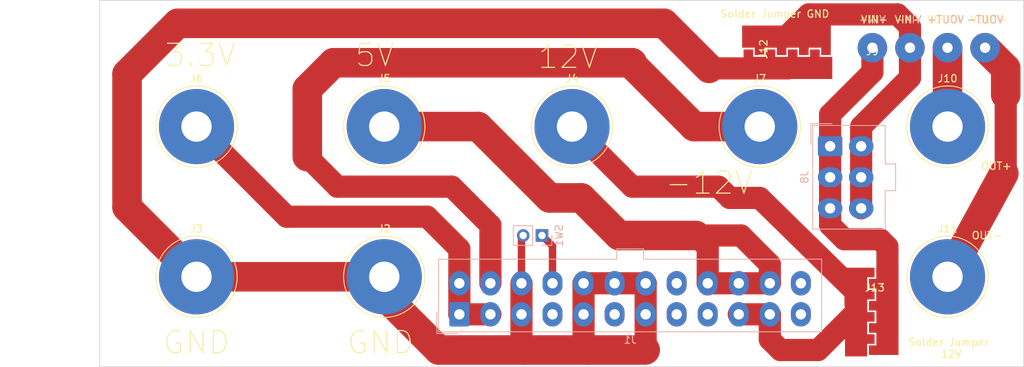
<source format=kicad_pcb>
(kicad_pcb (version 20171130) (host pcbnew 5.1.10-88a1d61d58~90~ubuntu20.04.1)

  (general
    (thickness 1.6)
    (drawings 26)
    (tracks 85)
    (zones 0)
    (modules 14)
    (nets 14)
  )

  (page A4)
  (layers
    (0 F.Cu signal)
    (31 B.Cu signal)
    (32 B.Adhes user)
    (33 F.Adhes user)
    (34 B.Paste user)
    (35 F.Paste user)
    (36 B.SilkS user)
    (37 F.SilkS user)
    (38 B.Mask user)
    (39 F.Mask user)
    (40 Dwgs.User user)
    (41 Cmts.User user)
    (42 Eco1.User user)
    (43 Eco2.User user)
    (44 Edge.Cuts user)
    (45 Margin user)
    (46 B.CrtYd user)
    (47 F.CrtYd user)
    (48 B.Fab user)
    (49 F.Fab user)
  )

  (setup
    (last_trace_width 0.25)
    (user_trace_width 0.25)
    (user_trace_width 0.5)
    (user_trace_width 1)
    (user_trace_width 2)
    (user_trace_width 3)
    (user_trace_width 4)
    (trace_clearance 0.2)
    (zone_clearance 0.508)
    (zone_45_only no)
    (trace_min 0.2)
    (via_size 0.8)
    (via_drill 0.4)
    (via_min_size 0.4)
    (via_min_drill 0.3)
    (user_via 1 0.6)
    (uvia_size 0.3)
    (uvia_drill 0.1)
    (uvias_allowed no)
    (uvia_min_size 0.2)
    (uvia_min_drill 0.1)
    (edge_width 0.05)
    (segment_width 0.2)
    (pcb_text_width 0.3)
    (pcb_text_size 1.5 1.5)
    (mod_edge_width 0.12)
    (mod_text_size 1 1)
    (mod_text_width 0.15)
    (pad_size 10.16 10.16)
    (pad_drill 6.1)
    (pad_to_mask_clearance 0)
    (aux_axis_origin 0 0)
    (visible_elements FFFFFF7F)
    (pcbplotparams
      (layerselection 0x310f0_ffffffff)
      (usegerberextensions false)
      (usegerberattributes true)
      (usegerberadvancedattributes true)
      (creategerberjobfile true)
      (excludeedgelayer true)
      (linewidth 0.100000)
      (plotframeref false)
      (viasonmask false)
      (mode 1)
      (useauxorigin false)
      (hpglpennumber 1)
      (hpglpenspeed 20)
      (hpglpendiameter 15.000000)
      (psnegative false)
      (psa4output false)
      (plotreference true)
      (plotvalue true)
      (plotinvisibletext false)
      (padsonsilk false)
      (subtractmaskfromsilk false)
      (outputformat 1)
      (mirror false)
      (drillshape 0)
      (scaleselection 1)
      (outputdirectory "../docs/assets/resources/gerber/"))
  )

  (net 0 "")
  (net 1 "Net-(J1-Pad14)")
  (net 2 "Net-(J1-Pad1)")
  (net 3 "Net-(J1-Pad10)")
  (net 4 "Net-(J1-Pad9)")
  (net 5 "Net-(J1-Pad8)")
  (net 6 "Net-(J1-Pad15)")
  (net 7 "Net-(J1-Pad21)")
  (net 8 "Net-(J1-Pad20)")
  (net 9 "Net-(J1-Pad16)")
  (net 10 /VIN+)
  (net 11 /VOUT-)
  (net 12 /VIN-)
  (net 13 /VOUT+)

  (net_class Default "This is the default net class."
    (clearance 0.2)
    (trace_width 0.25)
    (via_dia 0.8)
    (via_drill 0.4)
    (uvia_dia 0.3)
    (uvia_drill 0.1)
    (add_net /VIN+)
    (add_net /VIN-)
    (add_net /VOUT+)
    (add_net /VOUT-)
    (add_net "Net-(J1-Pad1)")
    (add_net "Net-(J1-Pad10)")
    (add_net "Net-(J1-Pad14)")
    (add_net "Net-(J1-Pad15)")
    (add_net "Net-(J1-Pad16)")
    (add_net "Net-(J1-Pad20)")
    (add_net "Net-(J1-Pad21)")
    (add_net "Net-(J1-Pad8)")
    (add_net "Net-(J1-Pad9)")
  )

  (module "Footprints:Connector High Power 4Pin" (layer F.Cu) (tedit 6137632C) (tstamp 610A8F7C)
    (at 129.54 52.832)
    (path /610AD220)
    (fp_text reference J9 (at 0 0.5) (layer F.SilkS)
      (effects (font (size 1 1) (thickness 0.15)))
    )
    (fp_text value DC-DC (at 0 -0.5) (layer F.Fab)
      (effects (font (size 1 1) (thickness 0.15)))
    )
    (pad 4 thru_hole circle (at 15.24 0) (size 4 4) (drill 1.4) (layers *.Cu *.Mask)
      (net 11 /VOUT-))
    (pad 3 thru_hole circle (at 10.16 0) (size 4 4) (drill 1.4) (layers *.Cu *.Mask)
      (net 13 /VOUT+))
    (pad 2 thru_hole circle (at 5.08 0) (size 4 4) (drill 1.4) (layers *.Cu *.Mask)
      (net 12 /VIN-))
    (pad 1 thru_hole circle (at 0 0) (size 4 4) (drill 1.4) (layers *.Cu *.Mask)
      (net 10 /VIN+))
  )

  (module Footprints:High-Power-Solder-Jumper (layer F.Cu) (tedit 61375723) (tstamp 6136325F)
    (at 127.272 88.592)
    (path /61365BA4)
    (fp_text reference J13 (at 2.6 -3.3) (layer F.SilkS)
      (effects (font (size 1 1) (thickness 0.15)))
    )
    (fp_text value "Solder 12V" (at -3.876 -2.486 90) (layer F.Fab)
      (effects (font (size 1 1) (thickness 0.15)))
    )
    (pad 2 smd custom (at 4.3 -0.2 180) (size 1 1) (layers F.Cu F.Paste F.Mask)
      (net 10 /VIN+) (zone_connect 0)
      (options (clearance outline) (anchor circle))
      (primitives
        (gr_poly (pts
           (xy -1.5 0) (xy 2.5 0) (xy 2.5 1.3) (xy 1.5 1.3) (xy 1.5 3)
           (xy -1.5 3)) (width 0))
        (gr_poly (pts
           (xy -1.5 3) (xy 2.5 3) (xy 2.5 4.3) (xy 1.5 4.3) (xy 1.5 6)
           (xy -1.5 6)) (width 0))
        (gr_poly (pts
           (xy -1.5 -3) (xy 2.5 -3) (xy 2.5 -1.7) (xy 1.5 -1.7) (xy 1.5 0)
           (xy -1.5 0)) (width 0))
        (gr_poly (pts
           (xy -1.5 -6) (xy 2.5 -6) (xy 2.5 -4.7) (xy 1.5 -4.7) (xy 1.5 -3)
           (xy -1.5 -3)) (width 0))
      ))
    (pad 1 smd custom (at 0.06 0) (size 1 1) (layers F.Cu F.Paste F.Mask)
      (net 3 "Net-(J1-Pad10)") (zone_connect 0)
      (options (clearance outline) (anchor circle))
      (primitives
        (gr_poly (pts
           (xy -1.5 0) (xy 2.5 0) (xy 2.5 1.3) (xy 1.5 1.3) (xy 1.5 3)
           (xy -1.5 3)) (width 0))
        (gr_poly (pts
           (xy -1.5 3) (xy 2.5 3) (xy 2.5 4.3) (xy 1.5 4.3) (xy 1.5 6)
           (xy -1.5 6)) (width 0))
        (gr_poly (pts
           (xy -1.5 -3) (xy 2.5 -3) (xy 2.5 -1.7) (xy 1.5 -1.7) (xy 1.5 0)
           (xy -1.5 0)) (width 0))
        (gr_poly (pts
           (xy -1.5 -6) (xy 2.5 -6) (xy 2.5 -4.7) (xy 1.5 -4.7) (xy 1.5 -3)
           (xy -1.5 -3)) (width 0))
      ))
  )

  (module Footprints:High-Power-Solder-Jumper (layer F.Cu) (tedit 61375723) (tstamp 613632CC)
    (at 118.11 55.626 90)
    (path /6137A4A4)
    (fp_text reference J12 (at 2.6 -3.3 90) (layer F.SilkS)
      (effects (font (size 1 1) (thickness 0.15)))
    )
    (fp_text value "Solder Gnd" (at 4.632 7.493 270) (layer F.Fab)
      (effects (font (size 1 1) (thickness 0.15)))
    )
    (pad 2 smd custom (at 4.3 -0.2 270) (size 1 1) (layers F.Cu F.Paste F.Mask)
      (net 12 /VIN-) (zone_connect 0)
      (options (clearance outline) (anchor circle))
      (primitives
        (gr_poly (pts
           (xy -1.5 0) (xy 2.5 0) (xy 2.5 1.3) (xy 1.5 1.3) (xy 1.5 3)
           (xy -1.5 3)) (width 0))
        (gr_poly (pts
           (xy -1.5 3) (xy 2.5 3) (xy 2.5 4.3) (xy 1.5 4.3) (xy 1.5 6)
           (xy -1.5 6)) (width 0))
        (gr_poly (pts
           (xy -1.5 -3) (xy 2.5 -3) (xy 2.5 -1.7) (xy 1.5 -1.7) (xy 1.5 0)
           (xy -1.5 0)) (width 0))
        (gr_poly (pts
           (xy -1.5 -6) (xy 2.5 -6) (xy 2.5 -4.7) (xy 1.5 -4.7) (xy 1.5 -3)
           (xy -1.5 -3)) (width 0))
      ))
    (pad 1 smd custom (at 0.06 0 90) (size 1 1) (layers F.Cu F.Paste F.Mask)
      (net 6 "Net-(J1-Pad15)") (zone_connect 0)
      (options (clearance outline) (anchor circle))
      (primitives
        (gr_poly (pts
           (xy -1.5 0) (xy 2.5 0) (xy 2.5 1.3) (xy 1.5 1.3) (xy 1.5 3)
           (xy -1.5 3)) (width 0))
        (gr_poly (pts
           (xy -1.5 3) (xy 2.5 3) (xy 2.5 4.3) (xy 1.5 4.3) (xy 1.5 6)
           (xy -1.5 6)) (width 0))
        (gr_poly (pts
           (xy -1.5 -3) (xy 2.5 -3) (xy 2.5 -1.7) (xy 1.5 -1.7) (xy 1.5 0)
           (xy -1.5 0)) (width 0))
        (gr_poly (pts
           (xy -1.5 -6) (xy 2.5 -6) (xy 2.5 -4.7) (xy 1.5 -4.7) (xy 1.5 -3)
           (xy -1.5 -3)) (width 0))
      ))
  )

  (module Footprints:Molex_Mini-Fit_Jr_5566-06A_2x03_P4.20mm_Vertical_4.2mm (layer B.Cu) (tedit 6136091D) (tstamp 610A212C)
    (at 123.816 66.158 270)
    (descr "Molex Mini-Fit Jr. Power Connectors, old mpn/engineering number: 5566-06A, example for new mpn: 39-28-x06x, 3 Pins per row, Mounting:  (http://www.molex.com/pdm_docs/sd/039281043_sd.pdf), generated with kicad-footprint-generator")
    (tags "connector Molex Mini-Fit_Jr side entry")
    (path /610BEE5C)
    (fp_text reference J8 (at 4.2 3.45 90) (layer B.SilkS)
      (effects (font (size 1 1) (thickness 0.15)) (justify mirror))
    )
    (fp_text value ATX-PCIE (at 4.2 -9.95 90) (layer B.Fab)
      (effects (font (size 1 1) (thickness 0.15)) (justify mirror))
    )
    (fp_line (start 11.6 2.75) (end -3.2 2.75) (layer B.CrtYd) (width 0.05))
    (fp_line (start 11.6 -9.25) (end 11.6 2.75) (layer B.CrtYd) (width 0.05))
    (fp_line (start -3.2 -9.25) (end 11.6 -9.25) (layer B.CrtYd) (width 0.05))
    (fp_line (start -3.2 2.75) (end -3.2 -9.25) (layer B.CrtYd) (width 0.05))
    (fp_line (start -3.05 2.6) (end -3.05 -0.25) (layer B.Fab) (width 0.1))
    (fp_line (start -0.2 2.6) (end -3.05 2.6) (layer B.Fab) (width 0.1))
    (fp_line (start -3.05 2.6) (end -3.05 -0.25) (layer B.SilkS) (width 0.12))
    (fp_line (start -0.2 2.6) (end -3.05 2.6) (layer B.SilkS) (width 0.12))
    (fp_line (start 6.01 -8.86) (end 4.2 -8.86) (layer B.SilkS) (width 0.12))
    (fp_line (start 6.01 -7.46) (end 6.01 -8.86) (layer B.SilkS) (width 0.12))
    (fp_line (start 11.21 -7.46) (end 6.01 -7.46) (layer B.SilkS) (width 0.12))
    (fp_line (start 11.21 2.36) (end 11.21 -7.46) (layer B.SilkS) (width 0.12))
    (fp_line (start 4.2 2.36) (end 11.21 2.36) (layer B.SilkS) (width 0.12))
    (fp_line (start 2.39 -8.86) (end 4.2 -8.86) (layer B.SilkS) (width 0.12))
    (fp_line (start 2.39 -7.46) (end 2.39 -8.86) (layer B.SilkS) (width 0.12))
    (fp_line (start -2.81 -7.46) (end 2.39 -7.46) (layer B.SilkS) (width 0.12))
    (fp_line (start -2.81 2.36) (end -2.81 -7.46) (layer B.SilkS) (width 0.12))
    (fp_line (start 4.2 2.36) (end -2.81 2.36) (layer B.SilkS) (width 0.12))
    (fp_line (start 10.05 -2.3) (end 6.75 -2.3) (layer B.Fab) (width 0.1))
    (fp_line (start 10.05 0.175) (end 10.05 -2.3) (layer B.Fab) (width 0.1))
    (fp_line (start 9.225 1) (end 10.05 0.175) (layer B.Fab) (width 0.1))
    (fp_line (start 7.575 1) (end 9.225 1) (layer B.Fab) (width 0.1))
    (fp_line (start 6.75 0.175) (end 7.575 1) (layer B.Fab) (width 0.1))
    (fp_line (start 6.75 -2.3) (end 6.75 0.175) (layer B.Fab) (width 0.1))
    (fp_line (start 10.05 -3.2) (end 6.75 -3.2) (layer B.Fab) (width 0.1))
    (fp_line (start 10.05 -6.5) (end 10.05 -3.2) (layer B.Fab) (width 0.1))
    (fp_line (start 6.75 -6.5) (end 10.05 -6.5) (layer B.Fab) (width 0.1))
    (fp_line (start 6.75 -3.2) (end 6.75 -6.5) (layer B.Fab) (width 0.1))
    (fp_line (start 5.85 -2.3) (end 2.55 -2.3) (layer B.Fab) (width 0.1))
    (fp_line (start 5.85 0.175) (end 5.85 -2.3) (layer B.Fab) (width 0.1))
    (fp_line (start 5.025 1) (end 5.85 0.175) (layer B.Fab) (width 0.1))
    (fp_line (start 3.375 1) (end 5.025 1) (layer B.Fab) (width 0.1))
    (fp_line (start 2.55 0.175) (end 3.375 1) (layer B.Fab) (width 0.1))
    (fp_line (start 2.55 -2.3) (end 2.55 0.175) (layer B.Fab) (width 0.1))
    (fp_line (start 5.85 -3.2) (end 2.55 -3.2) (layer B.Fab) (width 0.1))
    (fp_line (start 5.85 -6.5) (end 5.85 -3.2) (layer B.Fab) (width 0.1))
    (fp_line (start 2.55 -6.5) (end 5.85 -6.5) (layer B.Fab) (width 0.1))
    (fp_line (start 2.55 -3.2) (end 2.55 -6.5) (layer B.Fab) (width 0.1))
    (fp_line (start 1.65 -6.5) (end -1.65 -6.5) (layer B.Fab) (width 0.1))
    (fp_line (start 1.65 -4.025) (end 1.65 -6.5) (layer B.Fab) (width 0.1))
    (fp_line (start 0.825 -3.2) (end 1.65 -4.025) (layer B.Fab) (width 0.1))
    (fp_line (start -0.825 -3.2) (end 0.825 -3.2) (layer B.Fab) (width 0.1))
    (fp_line (start -1.65 -4.025) (end -0.825 -3.2) (layer B.Fab) (width 0.1))
    (fp_line (start -1.65 -6.5) (end -1.65 -4.025) (layer B.Fab) (width 0.1))
    (fp_line (start 1.65 1) (end -1.65 1) (layer B.Fab) (width 0.1))
    (fp_line (start 1.65 -2.3) (end 1.65 1) (layer B.Fab) (width 0.1))
    (fp_line (start -1.65 -2.3) (end 1.65 -2.3) (layer B.Fab) (width 0.1))
    (fp_line (start -1.65 1) (end -1.65 -2.3) (layer B.Fab) (width 0.1))
    (fp_line (start 5.9 -8.75) (end 5.9 -7.35) (layer B.Fab) (width 0.1))
    (fp_line (start 2.5 -8.75) (end 5.9 -8.75) (layer B.Fab) (width 0.1))
    (fp_line (start 2.5 -7.35) (end 2.5 -8.75) (layer B.Fab) (width 0.1))
    (fp_line (start 11.1 2.25) (end -2.7 2.25) (layer B.Fab) (width 0.1))
    (fp_line (start 11.1 -7.35) (end 11.1 2.25) (layer B.Fab) (width 0.1))
    (fp_line (start -2.7 -7.35) (end 11.1 -7.35) (layer B.Fab) (width 0.1))
    (fp_line (start -2.7 2.25) (end -2.7 -7.35) (layer B.Fab) (width 0.1))
    (fp_text user %R (at 4.2 1.55 90) (layer B.Fab)
      (effects (font (size 1 1) (thickness 0.15)) (justify mirror))
    )
    (pad 6 thru_hole oval (at 8.4 -4.2 270) (size 2.7 3.3) (drill 1.4) (layers *.Cu *.Mask)
      (net 12 /VIN-))
    (pad 5 thru_hole oval (at 4.2 -4.2 270) (size 2.7 3.3) (drill 1.4) (layers *.Cu *.Mask)
      (net 12 /VIN-))
    (pad 4 thru_hole oval (at 0 -4.2 270) (size 2.7 3.3) (drill 1.4) (layers *.Cu *.Mask)
      (net 12 /VIN-))
    (pad 3 thru_hole oval (at 8.4 0 270) (size 2.7 3.3) (drill 1.4) (layers *.Cu *.Mask)
      (net 10 /VIN+))
    (pad 2 thru_hole oval (at 4.2 0 270) (size 2.7 3.3) (drill 1.4) (layers *.Cu *.Mask)
      (net 10 /VIN+))
    (pad 1 thru_hole roundrect (at 0 0 270) (size 2.7 3.3) (drill 1.4) (layers *.Cu *.Mask) (roundrect_rratio 0.09259296296296296)
      (net 10 /VIN+))
    (model ${KISYS3DMOD}/Connector_Molex.3dshapes/Molex_Mini-Fit_Jr_5566-06A_2x03_P4.20mm_Vertical.wrl
      (at (xyz 0 0 0))
      (scale (xyz 1 1 1))
      (rotate (xyz 0 0 0))
    )
  )

  (module Footprints:Molex_Mini-Fit_Jr_5566-24A_2x12_P4.20mm_Vertical_4.2mm (layer B.Cu) (tedit 613605C2) (tstamp 6137636C)
    (at 73.66 88.9)
    (descr "Molex Mini-Fit Jr. Power Connectors, old mpn/engineering number: 5566-24A, example for new mpn: 39-28-x24x, 12 Pins per row, Mounting:  (http://www.molex.com/pdm_docs/sd/039281043_sd.pdf), generated with kicad-footprint-generator")
    (tags "connector Molex Mini-Fit_Jr side entry")
    (path /610A33C9)
    (fp_text reference J1 (at 23.1 3.45) (layer B.SilkS)
      (effects (font (size 1 1) (thickness 0.15)) (justify mirror))
    )
    (fp_text value ATX-24 (at 23.1 -9.95) (layer B.Fab)
      (effects (font (size 1 1) (thickness 0.15)) (justify mirror))
    )
    (fp_line (start -2.7 2.25) (end -2.7 -7.35) (layer B.Fab) (width 0.1))
    (fp_line (start -2.7 -7.35) (end 48.9 -7.35) (layer B.Fab) (width 0.1))
    (fp_line (start 48.9 -7.35) (end 48.9 2.25) (layer B.Fab) (width 0.1))
    (fp_line (start 48.9 2.25) (end -2.7 2.25) (layer B.Fab) (width 0.1))
    (fp_line (start 21.4 -7.35) (end 21.4 -8.75) (layer B.Fab) (width 0.1))
    (fp_line (start 21.4 -8.75) (end 24.8 -8.75) (layer B.Fab) (width 0.1))
    (fp_line (start 24.8 -8.75) (end 24.8 -7.35) (layer B.Fab) (width 0.1))
    (fp_line (start -1.65 1) (end -1.65 -2.3) (layer B.Fab) (width 0.1))
    (fp_line (start -1.65 -2.3) (end 1.65 -2.3) (layer B.Fab) (width 0.1))
    (fp_line (start 1.65 -2.3) (end 1.65 1) (layer B.Fab) (width 0.1))
    (fp_line (start 1.65 1) (end -1.65 1) (layer B.Fab) (width 0.1))
    (fp_line (start -1.65 -6.5) (end -1.65 -4.025) (layer B.Fab) (width 0.1))
    (fp_line (start -1.65 -4.025) (end -0.825 -3.2) (layer B.Fab) (width 0.1))
    (fp_line (start -0.825 -3.2) (end 0.825 -3.2) (layer B.Fab) (width 0.1))
    (fp_line (start 0.825 -3.2) (end 1.65 -4.025) (layer B.Fab) (width 0.1))
    (fp_line (start 1.65 -4.025) (end 1.65 -6.5) (layer B.Fab) (width 0.1))
    (fp_line (start 1.65 -6.5) (end -1.65 -6.5) (layer B.Fab) (width 0.1))
    (fp_line (start 2.55 -3.2) (end 2.55 -6.5) (layer B.Fab) (width 0.1))
    (fp_line (start 2.55 -6.5) (end 5.85 -6.5) (layer B.Fab) (width 0.1))
    (fp_line (start 5.85 -6.5) (end 5.85 -3.2) (layer B.Fab) (width 0.1))
    (fp_line (start 5.85 -3.2) (end 2.55 -3.2) (layer B.Fab) (width 0.1))
    (fp_line (start 2.55 -2.3) (end 2.55 0.175) (layer B.Fab) (width 0.1))
    (fp_line (start 2.55 0.175) (end 3.375 1) (layer B.Fab) (width 0.1))
    (fp_line (start 3.375 1) (end 5.025 1) (layer B.Fab) (width 0.1))
    (fp_line (start 5.025 1) (end 5.85 0.175) (layer B.Fab) (width 0.1))
    (fp_line (start 5.85 0.175) (end 5.85 -2.3) (layer B.Fab) (width 0.1))
    (fp_line (start 5.85 -2.3) (end 2.55 -2.3) (layer B.Fab) (width 0.1))
    (fp_line (start 6.75 -3.2) (end 6.75 -6.5) (layer B.Fab) (width 0.1))
    (fp_line (start 6.75 -6.5) (end 10.05 -6.5) (layer B.Fab) (width 0.1))
    (fp_line (start 10.05 -6.5) (end 10.05 -3.2) (layer B.Fab) (width 0.1))
    (fp_line (start 10.05 -3.2) (end 6.75 -3.2) (layer B.Fab) (width 0.1))
    (fp_line (start 6.75 -2.3) (end 6.75 0.175) (layer B.Fab) (width 0.1))
    (fp_line (start 6.75 0.175) (end 7.575 1) (layer B.Fab) (width 0.1))
    (fp_line (start 7.575 1) (end 9.225 1) (layer B.Fab) (width 0.1))
    (fp_line (start 9.225 1) (end 10.05 0.175) (layer B.Fab) (width 0.1))
    (fp_line (start 10.05 0.175) (end 10.05 -2.3) (layer B.Fab) (width 0.1))
    (fp_line (start 10.05 -2.3) (end 6.75 -2.3) (layer B.Fab) (width 0.1))
    (fp_line (start 10.95 1) (end 10.95 -2.3) (layer B.Fab) (width 0.1))
    (fp_line (start 10.95 -2.3) (end 14.25 -2.3) (layer B.Fab) (width 0.1))
    (fp_line (start 14.25 -2.3) (end 14.25 1) (layer B.Fab) (width 0.1))
    (fp_line (start 14.25 1) (end 10.95 1) (layer B.Fab) (width 0.1))
    (fp_line (start 10.95 -6.5) (end 10.95 -4.025) (layer B.Fab) (width 0.1))
    (fp_line (start 10.95 -4.025) (end 11.775 -3.2) (layer B.Fab) (width 0.1))
    (fp_line (start 11.775 -3.2) (end 13.425 -3.2) (layer B.Fab) (width 0.1))
    (fp_line (start 13.425 -3.2) (end 14.25 -4.025) (layer B.Fab) (width 0.1))
    (fp_line (start 14.25 -4.025) (end 14.25 -6.5) (layer B.Fab) (width 0.1))
    (fp_line (start 14.25 -6.5) (end 10.95 -6.5) (layer B.Fab) (width 0.1))
    (fp_line (start 15.15 1) (end 15.15 -2.3) (layer B.Fab) (width 0.1))
    (fp_line (start 15.15 -2.3) (end 18.45 -2.3) (layer B.Fab) (width 0.1))
    (fp_line (start 18.45 -2.3) (end 18.45 1) (layer B.Fab) (width 0.1))
    (fp_line (start 18.45 1) (end 15.15 1) (layer B.Fab) (width 0.1))
    (fp_line (start 15.15 -6.5) (end 15.15 -4.025) (layer B.Fab) (width 0.1))
    (fp_line (start 15.15 -4.025) (end 15.975 -3.2) (layer B.Fab) (width 0.1))
    (fp_line (start 15.975 -3.2) (end 17.625 -3.2) (layer B.Fab) (width 0.1))
    (fp_line (start 17.625 -3.2) (end 18.45 -4.025) (layer B.Fab) (width 0.1))
    (fp_line (start 18.45 -4.025) (end 18.45 -6.5) (layer B.Fab) (width 0.1))
    (fp_line (start 18.45 -6.5) (end 15.15 -6.5) (layer B.Fab) (width 0.1))
    (fp_line (start 19.35 -3.2) (end 19.35 -6.5) (layer B.Fab) (width 0.1))
    (fp_line (start 19.35 -6.5) (end 22.65 -6.5) (layer B.Fab) (width 0.1))
    (fp_line (start 22.65 -6.5) (end 22.65 -3.2) (layer B.Fab) (width 0.1))
    (fp_line (start 22.65 -3.2) (end 19.35 -3.2) (layer B.Fab) (width 0.1))
    (fp_line (start 19.35 -2.3) (end 19.35 0.175) (layer B.Fab) (width 0.1))
    (fp_line (start 19.35 0.175) (end 20.175 1) (layer B.Fab) (width 0.1))
    (fp_line (start 20.175 1) (end 21.825 1) (layer B.Fab) (width 0.1))
    (fp_line (start 21.825 1) (end 22.65 0.175) (layer B.Fab) (width 0.1))
    (fp_line (start 22.65 0.175) (end 22.65 -2.3) (layer B.Fab) (width 0.1))
    (fp_line (start 22.65 -2.3) (end 19.35 -2.3) (layer B.Fab) (width 0.1))
    (fp_line (start 23.55 -3.2) (end 23.55 -6.5) (layer B.Fab) (width 0.1))
    (fp_line (start 23.55 -6.5) (end 26.85 -6.5) (layer B.Fab) (width 0.1))
    (fp_line (start 26.85 -6.5) (end 26.85 -3.2) (layer B.Fab) (width 0.1))
    (fp_line (start 26.85 -3.2) (end 23.55 -3.2) (layer B.Fab) (width 0.1))
    (fp_line (start 23.55 -2.3) (end 23.55 0.175) (layer B.Fab) (width 0.1))
    (fp_line (start 23.55 0.175) (end 24.375 1) (layer B.Fab) (width 0.1))
    (fp_line (start 24.375 1) (end 26.025 1) (layer B.Fab) (width 0.1))
    (fp_line (start 26.025 1) (end 26.85 0.175) (layer B.Fab) (width 0.1))
    (fp_line (start 26.85 0.175) (end 26.85 -2.3) (layer B.Fab) (width 0.1))
    (fp_line (start 26.85 -2.3) (end 23.55 -2.3) (layer B.Fab) (width 0.1))
    (fp_line (start 27.75 1) (end 27.75 -2.3) (layer B.Fab) (width 0.1))
    (fp_line (start 27.75 -2.3) (end 31.05 -2.3) (layer B.Fab) (width 0.1))
    (fp_line (start 31.05 -2.3) (end 31.05 1) (layer B.Fab) (width 0.1))
    (fp_line (start 31.05 1) (end 27.75 1) (layer B.Fab) (width 0.1))
    (fp_line (start 27.75 -6.5) (end 27.75 -4.025) (layer B.Fab) (width 0.1))
    (fp_line (start 27.75 -4.025) (end 28.575 -3.2) (layer B.Fab) (width 0.1))
    (fp_line (start 28.575 -3.2) (end 30.225 -3.2) (layer B.Fab) (width 0.1))
    (fp_line (start 30.225 -3.2) (end 31.05 -4.025) (layer B.Fab) (width 0.1))
    (fp_line (start 31.05 -4.025) (end 31.05 -6.5) (layer B.Fab) (width 0.1))
    (fp_line (start 31.05 -6.5) (end 27.75 -6.5) (layer B.Fab) (width 0.1))
    (fp_line (start 31.95 1) (end 31.95 -2.3) (layer B.Fab) (width 0.1))
    (fp_line (start 31.95 -2.3) (end 35.25 -2.3) (layer B.Fab) (width 0.1))
    (fp_line (start 35.25 -2.3) (end 35.25 1) (layer B.Fab) (width 0.1))
    (fp_line (start 35.25 1) (end 31.95 1) (layer B.Fab) (width 0.1))
    (fp_line (start 31.95 -6.5) (end 31.95 -4.025) (layer B.Fab) (width 0.1))
    (fp_line (start 31.95 -4.025) (end 32.775 -3.2) (layer B.Fab) (width 0.1))
    (fp_line (start 32.775 -3.2) (end 34.425 -3.2) (layer B.Fab) (width 0.1))
    (fp_line (start 34.425 -3.2) (end 35.25 -4.025) (layer B.Fab) (width 0.1))
    (fp_line (start 35.25 -4.025) (end 35.25 -6.5) (layer B.Fab) (width 0.1))
    (fp_line (start 35.25 -6.5) (end 31.95 -6.5) (layer B.Fab) (width 0.1))
    (fp_line (start 36.15 -3.2) (end 36.15 -6.5) (layer B.Fab) (width 0.1))
    (fp_line (start 36.15 -6.5) (end 39.45 -6.5) (layer B.Fab) (width 0.1))
    (fp_line (start 39.45 -6.5) (end 39.45 -3.2) (layer B.Fab) (width 0.1))
    (fp_line (start 39.45 -3.2) (end 36.15 -3.2) (layer B.Fab) (width 0.1))
    (fp_line (start 36.15 -2.3) (end 36.15 0.175) (layer B.Fab) (width 0.1))
    (fp_line (start 36.15 0.175) (end 36.975 1) (layer B.Fab) (width 0.1))
    (fp_line (start 36.975 1) (end 38.625 1) (layer B.Fab) (width 0.1))
    (fp_line (start 38.625 1) (end 39.45 0.175) (layer B.Fab) (width 0.1))
    (fp_line (start 39.45 0.175) (end 39.45 -2.3) (layer B.Fab) (width 0.1))
    (fp_line (start 39.45 -2.3) (end 36.15 -2.3) (layer B.Fab) (width 0.1))
    (fp_line (start 40.35 -3.2) (end 40.35 -6.5) (layer B.Fab) (width 0.1))
    (fp_line (start 40.35 -6.5) (end 43.65 -6.5) (layer B.Fab) (width 0.1))
    (fp_line (start 43.65 -6.5) (end 43.65 -3.2) (layer B.Fab) (width 0.1))
    (fp_line (start 43.65 -3.2) (end 40.35 -3.2) (layer B.Fab) (width 0.1))
    (fp_line (start 40.35 -2.3) (end 40.35 0.175) (layer B.Fab) (width 0.1))
    (fp_line (start 40.35 0.175) (end 41.175 1) (layer B.Fab) (width 0.1))
    (fp_line (start 41.175 1) (end 42.825 1) (layer B.Fab) (width 0.1))
    (fp_line (start 42.825 1) (end 43.65 0.175) (layer B.Fab) (width 0.1))
    (fp_line (start 43.65 0.175) (end 43.65 -2.3) (layer B.Fab) (width 0.1))
    (fp_line (start 43.65 -2.3) (end 40.35 -2.3) (layer B.Fab) (width 0.1))
    (fp_line (start 44.55 1) (end 44.55 -2.3) (layer B.Fab) (width 0.1))
    (fp_line (start 44.55 -2.3) (end 47.85 -2.3) (layer B.Fab) (width 0.1))
    (fp_line (start 47.85 -2.3) (end 47.85 1) (layer B.Fab) (width 0.1))
    (fp_line (start 47.85 1) (end 44.55 1) (layer B.Fab) (width 0.1))
    (fp_line (start 44.55 -6.5) (end 44.55 -4.025) (layer B.Fab) (width 0.1))
    (fp_line (start 44.55 -4.025) (end 45.375 -3.2) (layer B.Fab) (width 0.1))
    (fp_line (start 45.375 -3.2) (end 47.025 -3.2) (layer B.Fab) (width 0.1))
    (fp_line (start 47.025 -3.2) (end 47.85 -4.025) (layer B.Fab) (width 0.1))
    (fp_line (start 47.85 -4.025) (end 47.85 -6.5) (layer B.Fab) (width 0.1))
    (fp_line (start 47.85 -6.5) (end 44.55 -6.5) (layer B.Fab) (width 0.1))
    (fp_line (start 23.1 2.36) (end -2.81 2.36) (layer B.SilkS) (width 0.12))
    (fp_line (start -2.81 2.36) (end -2.81 -7.46) (layer B.SilkS) (width 0.12))
    (fp_line (start -2.81 -7.46) (end 21.29 -7.46) (layer B.SilkS) (width 0.12))
    (fp_line (start 21.29 -7.46) (end 21.29 -8.86) (layer B.SilkS) (width 0.12))
    (fp_line (start 21.29 -8.86) (end 23.1 -8.86) (layer B.SilkS) (width 0.12))
    (fp_line (start 23.1 2.36) (end 49.01 2.36) (layer B.SilkS) (width 0.12))
    (fp_line (start 49.01 2.36) (end 49.01 -7.46) (layer B.SilkS) (width 0.12))
    (fp_line (start 49.01 -7.46) (end 24.91 -7.46) (layer B.SilkS) (width 0.12))
    (fp_line (start 24.91 -7.46) (end 24.91 -8.86) (layer B.SilkS) (width 0.12))
    (fp_line (start 24.91 -8.86) (end 23.1 -8.86) (layer B.SilkS) (width 0.12))
    (fp_line (start -0.2 2.6) (end -3.05 2.6) (layer B.SilkS) (width 0.12))
    (fp_line (start -3.05 2.6) (end -3.05 -0.25) (layer B.SilkS) (width 0.12))
    (fp_line (start -0.2 2.6) (end -3.05 2.6) (layer B.Fab) (width 0.1))
    (fp_line (start -3.05 2.6) (end -3.05 -0.25) (layer B.Fab) (width 0.1))
    (fp_line (start -3.2 2.75) (end -3.2 -9.25) (layer B.CrtYd) (width 0.05))
    (fp_line (start -3.2 -9.25) (end 49.4 -9.25) (layer B.CrtYd) (width 0.05))
    (fp_line (start 49.4 -9.25) (end 49.4 2.75) (layer B.CrtYd) (width 0.05))
    (fp_line (start 49.4 2.75) (end -3.2 2.75) (layer B.CrtYd) (width 0.05))
    (fp_text user %R (at 23.1 1.55) (layer B.Fab)
      (effects (font (size 1 1) (thickness 0.15)) (justify mirror))
    )
    (pad 24 thru_hole oval (at 46.2 -4.2) (size 2.7 3.3) (drill 1.4) (layers *.Cu *.Mask)
      (net 6 "Net-(J1-Pad15)"))
    (pad 23 thru_hole oval (at 42 -4.2) (size 2.7 3.3) (drill 1.4) (layers *.Cu *.Mask)
      (net 7 "Net-(J1-Pad21)"))
    (pad 22 thru_hole oval (at 37.8 -4.2) (size 2.7 3.3) (drill 1.4) (layers *.Cu *.Mask)
      (net 7 "Net-(J1-Pad21)"))
    (pad 21 thru_hole oval (at 33.6 -4.2) (size 2.7 3.3) (drill 1.4) (layers *.Cu *.Mask)
      (net 7 "Net-(J1-Pad21)"))
    (pad 20 thru_hole oval (at 29.4 -4.2) (size 2.7 3.3) (drill 1.4) (layers *.Cu *.Mask)
      (net 8 "Net-(J1-Pad20)"))
    (pad 19 thru_hole oval (at 25.2 -4.2) (size 2.7 3.3) (drill 1.4) (layers *.Cu *.Mask)
      (net 6 "Net-(J1-Pad15)"))
    (pad 18 thru_hole oval (at 21 -4.2) (size 2.7 3.3) (drill 1.4) (layers *.Cu *.Mask)
      (net 6 "Net-(J1-Pad15)"))
    (pad 17 thru_hole oval (at 16.8 -4.2) (size 2.7 3.3) (drill 1.4) (layers *.Cu *.Mask)
      (net 6 "Net-(J1-Pad15)"))
    (pad 16 thru_hole oval (at 12.6 -4.2) (size 2.7 3.3) (drill 1.4) (layers *.Cu *.Mask)
      (net 9 "Net-(J1-Pad16)"))
    (pad 15 thru_hole oval (at 8.4 -4.2) (size 2.7 3.3) (drill 1.4) (layers *.Cu *.Mask)
      (net 6 "Net-(J1-Pad15)"))
    (pad 14 thru_hole oval (at 4.2 -4.2) (size 2.7 3.3) (drill 1.4) (layers *.Cu *.Mask)
      (net 1 "Net-(J1-Pad14)"))
    (pad 13 thru_hole oval (at 0 -4.2) (size 2.7 3.3) (drill 1.4) (layers *.Cu *.Mask)
      (net 2 "Net-(J1-Pad1)"))
    (pad 12 thru_hole oval (at 46.2 0) (size 2.7 3.3) (drill 1.4) (layers *.Cu *.Mask)
      (net 2 "Net-(J1-Pad1)"))
    (pad 11 thru_hole oval (at 42 0) (size 2.7 3.3) (drill 1.4) (layers *.Cu *.Mask)
      (net 3 "Net-(J1-Pad10)"))
    (pad 10 thru_hole oval (at 37.8 0) (size 2.7 3.3) (drill 1.4) (layers *.Cu *.Mask)
      (net 3 "Net-(J1-Pad10)"))
    (pad 9 thru_hole oval (at 33.6 0) (size 2.7 3.3) (drill 1.4) (layers *.Cu *.Mask)
      (net 4 "Net-(J1-Pad9)"))
    (pad 8 thru_hole oval (at 29.4 0) (size 2.7 3.3) (drill 1.4) (layers *.Cu *.Mask)
      (net 5 "Net-(J1-Pad8)"))
    (pad 7 thru_hole oval (at 25.2 0) (size 2.7 3.3) (drill 1.4) (layers *.Cu *.Mask)
      (net 6 "Net-(J1-Pad15)"))
    (pad 6 thru_hole oval (at 21 0) (size 2.7 3.3) (drill 1.4) (layers *.Cu *.Mask)
      (net 7 "Net-(J1-Pad21)"))
    (pad 5 thru_hole oval (at 16.8 0) (size 2.7 3.3) (drill 1.4) (layers *.Cu *.Mask)
      (net 6 "Net-(J1-Pad15)"))
    (pad 4 thru_hole oval (at 12.6 0) (size 2.7 3.3) (drill 1.4) (layers *.Cu *.Mask)
      (net 7 "Net-(J1-Pad21)"))
    (pad 3 thru_hole oval (at 8.4 0) (size 2.7 3.3) (drill 1.4) (layers *.Cu *.Mask)
      (net 6 "Net-(J1-Pad15)"))
    (pad 2 thru_hole oval (at 4.2 0) (size 2.7 3.3) (drill 1.4) (layers *.Cu *.Mask)
      (net 2 "Net-(J1-Pad1)"))
    (pad 1 thru_hole roundrect (at 0 0) (size 2.7 3.3) (drill 1.4) (layers *.Cu *.Mask) (roundrect_rratio 0.09259296296296296)
      (net 2 "Net-(J1-Pad1)"))
    (model ${KISYS3DMOD}/Connector_Molex.3dshapes/Molex_Mini-Fit_Jr_5566-24A_2x12_P4.20mm_Vertical.wrl
      (at (xyz 0 0 0))
      (scale (xyz 1 1 1))
      (rotate (xyz 0 0 0))
    )
  )

  (module Footprints:Banana_Jack_1Pin_4mm (layer F.Cu) (tedit 6130D897) (tstamp 6109E810)
    (at 139.7 83.82)
    (descr "Single banana socket, footprint - 4mm drill")
    (tags "banana socket")
    (path /610B3814)
    (fp_text reference J11 (at 0 -6.5) (layer F.SilkS)
      (effects (font (size 1 1) (thickness 0.15)))
    )
    (fp_text value GND (at -0.25 6.5) (layer F.Fab)
      (effects (font (size 1 1) (thickness 0.15)))
    )
    (fp_circle (center 0 0) (end 5.5 0) (layer F.SilkS) (width 0.12))
    (fp_circle (center 0 0) (end 4.85 0.05) (layer F.Fab) (width 0.1))
    (fp_circle (center 0 0) (end 2 0) (layer F.Fab) (width 0.1))
    (fp_circle (center 0 0) (end 5.75 0) (layer F.CrtYd) (width 0.05))
    (fp_text user %R (at 0 0) (layer F.Fab)
      (effects (font (size 0.8 0.8) (thickness 0.12)))
    )
    (pad 1 thru_hole circle (at 0 0) (size 10.16 10.16) (drill 4.1) (layers *.Cu *.Mask)
      (net 11 /VOUT-))
    (model ${KISYS3DMOD}/Connector.3dshapes/Banana_Jack_1Pin.wrl
      (at (xyz 0 0 0))
      (scale (xyz 2 2 2))
      (rotate (xyz 0 0 0))
    )
  )

  (module Footprints:Banana_Jack_1Pin_4mm (layer F.Cu) (tedit 6130D897) (tstamp 6109E806)
    (at 139.7 63.5)
    (descr "Single banana socket, footprint - 4mm drill")
    (tags "banana socket")
    (path /610B3428)
    (fp_text reference J10 (at 0 -6.5) (layer F.SilkS)
      (effects (font (size 1 1) (thickness 0.15)))
    )
    (fp_text value V+ (at -0.25 6.5) (layer F.Fab)
      (effects (font (size 1 1) (thickness 0.15)))
    )
    (fp_circle (center 0 0) (end 5.5 0) (layer F.SilkS) (width 0.12))
    (fp_circle (center 0 0) (end 4.85 0.05) (layer F.Fab) (width 0.1))
    (fp_circle (center 0 0) (end 2 0) (layer F.Fab) (width 0.1))
    (fp_circle (center 0 0) (end 5.75 0) (layer F.CrtYd) (width 0.05))
    (fp_text user %R (at 0 0) (layer F.Fab)
      (effects (font (size 0.8 0.8) (thickness 0.12)))
    )
    (pad 1 thru_hole circle (at 0 0) (size 10.16 10.16) (drill 4.1) (layers *.Cu *.Mask)
      (net 13 /VOUT+))
    (model ${KISYS3DMOD}/Connector.3dshapes/Banana_Jack_1Pin.wrl
      (at (xyz 0 0 0))
      (scale (xyz 2 2 2))
      (rotate (xyz 0 0 0))
    )
  )

  (module Footprints:Banana_Jack_1Pin_4mm (layer F.Cu) (tedit 6130D897) (tstamp 6109E9F4)
    (at 114.3 63.5)
    (descr "Single banana socket, footprint - 4mm drill")
    (tags "banana socket")
    (path /610A01EB)
    (fp_text reference J7 (at 0 -6.5) (layer F.SilkS)
      (effects (font (size 1 1) (thickness 0.15)))
    )
    (fp_text value -12V (at -0.25 6.5) (layer F.Fab)
      (effects (font (size 1 1) (thickness 0.15)))
    )
    (fp_circle (center 0 0) (end 5.5 0) (layer F.SilkS) (width 0.12))
    (fp_circle (center 0 0) (end 4.85 0.05) (layer F.Fab) (width 0.1))
    (fp_circle (center 0 0) (end 2 0) (layer F.Fab) (width 0.1))
    (fp_circle (center 0 0) (end 5.75 0) (layer F.CrtYd) (width 0.05))
    (fp_text user %R (at 0 0) (layer F.Fab)
      (effects (font (size 0.8 0.8) (thickness 0.12)))
    )
    (pad 1 thru_hole circle (at 0 0) (size 10.16 10.16) (drill 4.1) (layers *.Cu *.Mask)
      (net 1 "Net-(J1-Pad14)"))
    (model ${KISYS3DMOD}/Connector.3dshapes/Banana_Jack_1Pin.wrl
      (at (xyz 0 0 0))
      (scale (xyz 2 2 2))
      (rotate (xyz 0 0 0))
    )
  )

  (module Footprints:Banana_Jack_1Pin_4mm (layer F.Cu) (tedit 6130D897) (tstamp 6109E9D6)
    (at 38.1 63.5)
    (descr "Single banana socket, footprint - 4mm drill")
    (tags "banana socket")
    (path /6109FF79)
    (fp_text reference J6 (at 0 -6.5) (layer F.SilkS)
      (effects (font (size 1 1) (thickness 0.15)))
    )
    (fp_text value +3.3V (at -0.25 6.5) (layer F.Fab)
      (effects (font (size 1 1) (thickness 0.15)))
    )
    (fp_circle (center 0 0) (end 5.5 0) (layer F.SilkS) (width 0.12))
    (fp_circle (center 0 0) (end 4.85 0.05) (layer F.Fab) (width 0.1))
    (fp_circle (center 0 0) (end 2 0) (layer F.Fab) (width 0.1))
    (fp_circle (center 0 0) (end 5.75 0) (layer F.CrtYd) (width 0.05))
    (fp_text user %R (at 0 0) (layer F.Fab)
      (effects (font (size 0.8 0.8) (thickness 0.12)))
    )
    (pad 1 thru_hole circle (at 0 0) (size 10.16 10.16) (drill 4.1) (layers *.Cu *.Mask)
      (net 2 "Net-(J1-Pad1)"))
    (model ${KISYS3DMOD}/Connector.3dshapes/Banana_Jack_1Pin.wrl
      (at (xyz 0 0 0))
      (scale (xyz 2 2 2))
      (rotate (xyz 0 0 0))
    )
  )

  (module Footprints:Banana_Jack_1Pin_4mm (layer F.Cu) (tedit 6130D897) (tstamp 6109E9BB)
    (at 63.5 63.5)
    (descr "Single banana socket, footprint - 4mm drill")
    (tags "banana socket")
    (path /6109FC1A)
    (fp_text reference J5 (at 0 -6.5) (layer F.SilkS)
      (effects (font (size 1 1) (thickness 0.15)))
    )
    (fp_text value +5V (at -0.25 6.5) (layer F.Fab)
      (effects (font (size 1 1) (thickness 0.15)))
    )
    (fp_circle (center 0 0) (end 5.5 0) (layer F.SilkS) (width 0.12))
    (fp_circle (center 0 0) (end 4.85 0.05) (layer F.Fab) (width 0.1))
    (fp_circle (center 0 0) (end 2 0) (layer F.Fab) (width 0.1))
    (fp_circle (center 0 0) (end 5.75 0) (layer F.CrtYd) (width 0.05))
    (fp_text user %R (at 0 0) (layer F.Fab)
      (effects (font (size 0.8 0.8) (thickness 0.12)))
    )
    (pad 1 thru_hole circle (at 0 0) (size 10.16 10.16) (drill 4.1) (layers *.Cu *.Mask)
      (net 7 "Net-(J1-Pad21)"))
    (model ${KISYS3DMOD}/Connector.3dshapes/Banana_Jack_1Pin.wrl
      (at (xyz 0 0 0))
      (scale (xyz 2 2 2))
      (rotate (xyz 0 0 0))
    )
  )

  (module Footprints:Banana_Jack_1Pin_4mm (layer F.Cu) (tedit 6130D897) (tstamp 6109E976)
    (at 88.9 63.5)
    (descr "Single banana socket, footprint - 4mm drill")
    (tags "banana socket")
    (path /6109E288)
    (fp_text reference J4 (at 0 -6.5) (layer F.SilkS)
      (effects (font (size 1 1) (thickness 0.15)))
    )
    (fp_text value +12V (at -0.25 6.5) (layer F.Fab)
      (effects (font (size 1 1) (thickness 0.15)))
    )
    (fp_circle (center 0 0) (end 5.5 0) (layer F.SilkS) (width 0.12))
    (fp_circle (center 0 0) (end 4.85 0.05) (layer F.Fab) (width 0.1))
    (fp_circle (center 0 0) (end 2 0) (layer F.Fab) (width 0.1))
    (fp_circle (center 0 0) (end 5.75 0) (layer F.CrtYd) (width 0.05))
    (fp_text user %R (at 0 0) (layer F.Fab)
      (effects (font (size 0.8 0.8) (thickness 0.12)))
    )
    (pad 1 thru_hole circle (at 0 0) (size 10.16 10.16) (drill 4.1) (layers *.Cu *.Mask)
      (net 3 "Net-(J1-Pad10)"))
    (model ${KISYS3DMOD}/Connector.3dshapes/Banana_Jack_1Pin.wrl
      (at (xyz 0 0 0))
      (scale (xyz 2 2 2))
      (rotate (xyz 0 0 0))
    )
  )

  (module Footprints:Banana_Jack_1Pin_4mm (layer F.Cu) (tedit 6130D897) (tstamp 6109E95B)
    (at 38.1 83.82)
    (descr "Single banana socket, footprint - 4mm drill")
    (tags "banana socket")
    (path /610A0A7C)
    (fp_text reference J3 (at 0 -6.5) (layer F.SilkS)
      (effects (font (size 1 1) (thickness 0.15)))
    )
    (fp_text value GND (at -0.25 6.5) (layer F.Fab)
      (effects (font (size 1 1) (thickness 0.15)))
    )
    (fp_circle (center 0 0) (end 5.5 0) (layer F.SilkS) (width 0.12))
    (fp_circle (center 0 0) (end 4.85 0.05) (layer F.Fab) (width 0.1))
    (fp_circle (center 0 0) (end 2 0) (layer F.Fab) (width 0.1))
    (fp_circle (center 0 0) (end 5.75 0) (layer F.CrtYd) (width 0.05))
    (fp_text user %R (at 0 0) (layer F.Fab)
      (effects (font (size 0.8 0.8) (thickness 0.12)))
    )
    (pad 1 thru_hole circle (at 0 0) (size 10.16 10.16) (drill 4.1) (layers *.Cu *.Mask)
      (net 6 "Net-(J1-Pad15)"))
    (model ${KISYS3DMOD}/Connector.3dshapes/Banana_Jack_1Pin.wrl
      (at (xyz 0 0 0))
      (scale (xyz 2 2 2))
      (rotate (xyz 0 0 0))
    )
  )

  (module Footprints:Banana_Jack_1Pin_4mm (layer F.Cu) (tedit 6130D897) (tstamp 6109E991)
    (at 63.5 83.82)
    (descr "Single banana socket, footprint - 4mm drill")
    (tags "banana socket")
    (path /610A07F1)
    (fp_text reference J2 (at 0 -6.5) (layer F.SilkS)
      (effects (font (size 1 1) (thickness 0.15)))
    )
    (fp_text value GND (at -0.25 6.5) (layer F.Fab)
      (effects (font (size 1 1) (thickness 0.15)))
    )
    (fp_circle (center 0 0) (end 5.5 0) (layer F.SilkS) (width 0.12))
    (fp_circle (center 0 0) (end 4.85 0.05) (layer F.Fab) (width 0.1))
    (fp_circle (center 0 0) (end 2 0) (layer F.Fab) (width 0.1))
    (fp_circle (center 0 0) (end 5.75 0) (layer F.CrtYd) (width 0.05))
    (fp_text user %R (at 0 0) (layer F.Fab)
      (effects (font (size 0.8 0.8) (thickness 0.12)))
    )
    (pad 1 thru_hole circle (at 0 0) (size 10.16 10.16) (drill 4.1) (layers *.Cu *.Mask)
      (net 6 "Net-(J1-Pad15)"))
    (model ${KISYS3DMOD}/Connector.3dshapes/Banana_Jack_1Pin.wrl
      (at (xyz 0 0 0))
      (scale (xyz 2 2 2))
      (rotate (xyz 0 0 0))
    )
  )

  (module Connector_PinHeader_2.54mm:PinHeader_1x02_P2.54mm_Vertical (layer B.Cu) (tedit 59FED5CC) (tstamp 610A9C43)
    (at 84.836 78.232 90)
    (descr "Through hole straight pin header, 1x02, 2.54mm pitch, single row")
    (tags "Through hole pin header THT 1x02 2.54mm single row")
    (path /610DCD0B)
    (fp_text reference SW1 (at 0 2.33 270) (layer B.SilkS)
      (effects (font (size 1 1) (thickness 0.15)) (justify mirror))
    )
    (fp_text value PWR (at 0 -5.715 270) (layer F.Fab)
      (effects (font (size 1 1) (thickness 0.15)))
    )
    (fp_line (start -0.635 1.27) (end 1.27 1.27) (layer B.Fab) (width 0.1))
    (fp_line (start 1.27 1.27) (end 1.27 -3.81) (layer B.Fab) (width 0.1))
    (fp_line (start 1.27 -3.81) (end -1.27 -3.81) (layer B.Fab) (width 0.1))
    (fp_line (start -1.27 -3.81) (end -1.27 0.635) (layer B.Fab) (width 0.1))
    (fp_line (start -1.27 0.635) (end -0.635 1.27) (layer B.Fab) (width 0.1))
    (fp_line (start -1.33 -3.87) (end 1.33 -3.87) (layer B.SilkS) (width 0.12))
    (fp_line (start -1.33 -1.27) (end -1.33 -3.87) (layer B.SilkS) (width 0.12))
    (fp_line (start 1.33 -1.27) (end 1.33 -3.87) (layer B.SilkS) (width 0.12))
    (fp_line (start -1.33 -1.27) (end 1.33 -1.27) (layer B.SilkS) (width 0.12))
    (fp_line (start -1.33 0) (end -1.33 1.33) (layer B.SilkS) (width 0.12))
    (fp_line (start -1.33 1.33) (end 0 1.33) (layer B.SilkS) (width 0.12))
    (fp_line (start -1.8 1.8) (end -1.8 -4.35) (layer B.CrtYd) (width 0.05))
    (fp_line (start -1.8 -4.35) (end 1.8 -4.35) (layer B.CrtYd) (width 0.05))
    (fp_line (start 1.8 -4.35) (end 1.8 1.8) (layer B.CrtYd) (width 0.05))
    (fp_line (start 1.8 1.8) (end -1.8 1.8) (layer B.CrtYd) (width 0.05))
    (pad 2 thru_hole oval (at 0 -2.54 90) (size 1.7 1.7) (drill 1) (layers *.Cu *.Mask)
      (net 6 "Net-(J1-Pad15)"))
    (pad 1 thru_hole rect (at 0 0 90) (size 1.7 1.7) (drill 1) (layers *.Cu *.Mask)
      (net 9 "Net-(J1-Pad16)"))
    (model ${KISYS3DMOD}/Connector_PinHeader_2.54mm.3dshapes/PinHeader_1x02_P2.54mm_Vertical.wrl
      (at (xyz 0 0 0))
      (scale (xyz 1 1 1))
      (rotate (xyz 0 0 0))
    )
  )

  (gr_text VOUT- (at 144.78 49.022) (layer B.SilkS) (tstamp 613865ED)
    (effects (font (size 1 1) (thickness 0.15)) (justify mirror))
  )
  (gr_text VOUT+ (at 139.446 49.022) (layer B.SilkS) (tstamp 613865E4)
    (effects (font (size 1 1) (thickness 0.15)) (justify mirror))
  )
  (gr_text VIN- (at 134.366 49.022) (layer B.SilkS) (tstamp 613865D9)
    (effects (font (size 1 1) (thickness 0.15)) (justify mirror))
  )
  (gr_text VIN+ (at 129.794 49.022) (layer F.SilkS) (tstamp 613865B8)
    (effects (font (size 1 1) (thickness 0.15)))
  )
  (gr_text VOUT- (at 145.288 49.022) (layer F.SilkS) (tstamp 6137C677)
    (effects (font (size 1 1) (thickness 0.15)))
  )
  (gr_text VOUT+ (at 139.446 49.022) (layer F.SilkS) (tstamp 6137C674)
    (effects (font (size 1 1) (thickness 0.15)))
  )
  (gr_text VIN- (at 134.366 49.022) (layer F.SilkS) (tstamp 6137C670)
    (effects (font (size 1 1) (thickness 0.15)))
  )
  (gr_text VIN+ (at 129.54 49.022) (layer B.SilkS)
    (effects (font (size 1 1) (thickness 0.15)) (justify mirror))
  )
  (gr_text OUT+ (at 146.304 68.834) (layer F.SilkS) (tstamp 6137C660)
    (effects (font (size 1 1) (thickness 0.15)))
  )
  (gr_text OUT- (at 145.034 78.232) (layer F.SilkS) (tstamp 6137C659)
    (effects (font (size 1 1) (thickness 0.15)))
  )
  (gr_text GND (at 62.992 92.71) (layer F.SilkS) (tstamp 6137C656)
    (effects (font (size 3 3) (thickness 0.15)))
  )
  (gr_text GND (at 38.1 92.71) (layer F.SilkS) (tstamp 6137C653)
    (effects (font (size 3 3) (thickness 0.15)))
  )
  (gr_text "Solder Jumper \n12V" (at 140.208 93.472) (layer F.SilkS) (tstamp 6137C648)
    (effects (font (size 1 1) (thickness 0.15)))
  )
  (gr_text "Solder Jumper GND" (at 116.332 48.26) (layer F.SilkS)
    (effects (font (size 1 1) (thickness 0.15)))
  )
  (gr_text -12V (at 107.442 71.12) (layer F.SilkS) (tstamp 6137C63F)
    (effects (font (size 3 3) (thickness 0.15)))
  )
  (gr_text "12V\n" (at 88.392 54.102) (layer F.SilkS) (tstamp 6137C63B)
    (effects (font (size 3 3) (thickness 0.15)))
  )
  (gr_text 5V (at 62.23 53.848) (layer F.SilkS) (tstamp 6137C637)
    (effects (font (size 3 3) (thickness 0.15)))
  )
  (gr_text 3.3V (at 38.608 53.848) (layer F.SilkS)
    (effects (font (size 3 3) (thickness 0.15)))
  )
  (gr_line (start 22.54 64.08) (end 22.54 80.08) (layer Dwgs.User) (width 0.05) (tstamp 612F6DAA))
  (gr_line (start 11.54 64.08) (end 22.54 64.08) (layer Dwgs.User) (width 0.05) (tstamp 612F6D9A))
  (gr_line (start 11.54 80.08) (end 22.54 80.08) (layer Dwgs.User) (width 0.05) (tstamp 612F6D88))
  (gr_line (start 11.54 64.08) (end 11.54 80.08) (layer Dwgs.User) (width 0.05) (tstamp 612F6D77))
  (gr_line (start 150 46.425) (end 150 96) (layer Edge.Cuts) (width 0.1))
  (gr_line (start 25 46.425) (end 25 96) (layer Edge.Cuts) (width 0.1))
  (gr_line (start 25 96) (end 150 96) (layer Edge.Cuts) (width 0.1))
  (gr_line (start 25 46.425) (end 150 46.425) (layer Edge.Cuts) (width 0.1))

  (segment (start 77.86 84.7) (end 77.86 76.844) (width 3) (layer F.Cu) (net 1))
  (segment (start 77.86 76.844) (end 72.644 71.628) (width 3) (layer F.Cu) (net 1))
  (segment (start 72.644 71.628) (end 57.15 71.628) (width 3) (layer F.Cu) (net 1))
  (segment (start 57.15 71.628) (end 53.086 67.564) (width 3) (layer F.Cu) (net 1))
  (segment (start 105.41 63.5) (end 114.3 63.5) (width 4) (layer F.Cu) (net 1))
  (segment (start 97.028 55.118) (end 105.41 63.5) (width 4) (layer F.Cu) (net 1))
  (segment (start 97.028 54.864) (end 97.028 55.118) (width 4) (layer F.Cu) (net 1))
  (segment (start 56.642 54.864) (end 97.028 54.864) (width 4) (layer F.Cu) (net 1))
  (segment (start 53.086 58.42) (end 56.642 54.864) (width 4) (layer F.Cu) (net 1))
  (segment (start 53.086 67.564) (end 53.086 58.42) (width 4) (layer F.Cu) (net 1))
  (segment (start 73.66 84.7) (end 73.66 88.9) (width 3) (layer F.Cu) (net 2) (tstamp 6137C495))
  (segment (start 73.66 88.9) (end 77.86 88.9) (width 3) (layer F.Cu) (net 2) (tstamp 6137C49B))
  (segment (start 38.1 63.5) (end 48.514 73.914) (width 3) (layer F.Cu) (net 2))
  (segment (start 73.66 80.05) (end 69.302 75.692) (width 3) (layer F.Cu) (net 2))
  (segment (start 73.66 84.7) (end 73.66 80.05) (width 3) (layer F.Cu) (net 2))
  (segment (start 50.292 75.692) (end 48.514 73.914) (width 3) (layer F.Cu) (net 2))
  (segment (start 69.302 75.692) (end 50.292 75.692) (width 3) (layer F.Cu) (net 2))
  (segment (start 111.46 88.9) (end 115.66 88.9) (width 3) (layer F.Cu) (net 3) (tstamp 6137C48C))
  (segment (start 97.028 71.628) (end 88.9 63.5) (width 3) (layer F.Cu) (net 3))
  (segment (start 115.66 92.292) (end 117.094 93.726) (width 3) (layer F.Cu) (net 3) (tstamp 6137C489))
  (segment (start 115.66 88.9) (end 115.66 92.292) (width 3) (layer F.Cu) (net 3) (tstamp 6137C486))
  (segment (start 108.712 71.628) (end 97.028 71.628) (width 3) (layer F.Cu) (net 3))
  (segment (start 127.254 85.852) (end 114.3 73.152) (width 3) (layer F.Cu) (net 3))
  (segment (start 127.254 87.480635) (end 127.254 85.852) (width 3) (layer F.Cu) (net 3))
  (segment (start 127.332 87.558635) (end 127.254 87.480635) (width 3) (layer F.Cu) (net 3))
  (segment (start 127.332 88.592) (end 127.332 87.558635) (width 3) (layer F.Cu) (net 3))
  (segment (start 110.236 73.152) (end 108.712 71.628) (width 3) (layer F.Cu) (net 3))
  (segment (start 114.3 73.152) (end 110.236 73.152) (width 3) (layer F.Cu) (net 3))
  (segment (start 122.198 93.726) (end 127.332 88.592) (width 3) (layer F.Cu) (net 3))
  (segment (start 117.094 93.726) (end 122.198 93.726) (width 3) (layer F.Cu) (net 3))
  (segment (start 38.1 83.82) (end 63.5 83.82) (width 4) (layer F.Cu) (net 6))
  (segment (start 98.86 84.7) (end 90.46 84.7) (width 3) (layer F.Cu) (net 6) (tstamp 6137C49E))
  (segment (start 61.214 84.074) (end 70.866 93.726) (width 4) (layer F.Cu) (net 6))
  (segment (start 82.06 93.236) (end 82.55 93.726) (width 3) (layer F.Cu) (net 6) (tstamp 6137C4A1))
  (segment (start 82.06 84.7) (end 82.06 93.236) (width 3) (layer F.Cu) (net 6) (tstamp 6137C47A))
  (segment (start 70.866 93.726) (end 82.55 93.726) (width 4) (layer F.Cu) (net 6))
  (segment (start 98.86 93.672) (end 98.806 93.726) (width 3) (layer F.Cu) (net 6) (tstamp 6137C483))
  (segment (start 98.86 84.7) (end 98.86 93.672) (width 3) (layer F.Cu) (net 6) (tstamp 6137C4A4))
  (segment (start 90.46 93.254) (end 90.932 93.726) (width 3) (layer F.Cu) (net 6) (tstamp 6137C47D))
  (segment (start 90.46 84.7) (end 90.46 93.254) (width 3) (layer F.Cu) (net 6) (tstamp 6137C480))
  (segment (start 90.932 93.726) (end 98.806 93.726) (width 4) (layer F.Cu) (net 6) (tstamp 6137C477))
  (segment (start 82.55 93.726) (end 90.932 93.726) (width 4) (layer F.Cu) (net 6) (tstamp 6137C48F))
  (segment (start 38.1 83.82) (end 28.702 74.422) (width 4) (layer F.Cu) (net 6))
  (segment (start 28.702 74.422) (end 28.702 56.388) (width 4) (layer F.Cu) (net 6))
  (segment (start 28.702 56.388) (end 35.56 49.53) (width 4) (layer F.Cu) (net 6))
  (segment (start 35.56 49.53) (end 101.346 49.53) (width 4) (layer F.Cu) (net 6))
  (segment (start 101.346 49.53) (end 107.442 55.626) (width 4) (layer F.Cu) (net 6))
  (segment (start 118.05 55.626) (end 118.11 55.566) (width 3) (layer F.Cu) (net 6))
  (segment (start 107.442 55.626) (end 118.05 55.626) (width 3) (layer F.Cu) (net 6))
  (segment (start 82.06 78.468) (end 82.296 78.232) (width 1) (layer F.Cu) (net 6))
  (segment (start 82.06 84.7) (end 82.06 78.468) (width 1) (layer F.Cu) (net 6))
  (segment (start 115.66 84.7) (end 107.26 84.7) (width 3) (layer F.Cu) (net 7) (tstamp 6137C498))
  (segment (start 63.5 63.5) (end 76.2 63.5) (width 4) (layer F.Cu) (net 7))
  (segment (start 76.2 63.5) (end 85.852 73.152) (width 4) (layer F.Cu) (net 7))
  (segment (start 85.852 73.152) (end 90.17 73.152) (width 4) (layer F.Cu) (net 7))
  (segment (start 90.17 73.152) (end 95.25 78.232) (width 4) (layer F.Cu) (net 7))
  (segment (start 95.25 78.232) (end 105.664 78.232) (width 4) (layer F.Cu) (net 7))
  (segment (start 107.26 79.828) (end 107.26 84.7) (width 3) (layer F.Cu) (net 7))
  (segment (start 105.664 78.232) (end 107.26 79.828) (width 3) (layer F.Cu) (net 7))
  (segment (start 115.66 84.7) (end 115.66 82.132) (width 3) (layer F.Cu) (net 7))
  (segment (start 111.76 78.232) (end 105.664 78.232) (width 3) (layer F.Cu) (net 7))
  (segment (start 115.66 82.132) (end 111.76 78.232) (width 3) (layer F.Cu) (net 7))
  (segment (start 86.26 79.656) (end 84.836 78.232) (width 1) (layer F.Cu) (net 9))
  (segment (start 86.26 84.7) (end 86.26 79.656) (width 1) (layer F.Cu) (net 9))
  (segment (start 123.816 66.158) (end 123.816 76.826) (width 3) (layer F.Cu) (net 10))
  (segment (start 123.816 76.826) (end 125.73 78.74) (width 3) (layer F.Cu) (net 10))
  (segment (start 129.54 52.832) (end 129.54 56.134) (width 3) (layer F.Cu) (net 10))
  (segment (start 123.816 61.858) (end 123.816 66.158) (width 3) (layer F.Cu) (net 10))
  (segment (start 129.54 56.134) (end 123.816 61.858) (width 3) (layer F.Cu) (net 10))
  (segment (start 125.73 78.74) (end 130.556 78.74) (width 3) (layer F.Cu) (net 10))
  (segment (start 131.572 79.756) (end 131.572 88.392) (width 3) (layer F.Cu) (net 10))
  (segment (start 130.556 78.74) (end 131.572 79.756) (width 3) (layer F.Cu) (net 10))
  (segment (start 144.78 52.832) (end 147.574 55.626) (width 4) (layer F.Cu) (net 11))
  (segment (start 147.574 55.626) (end 147.574 59.182) (width 4) (layer F.Cu) (net 11))
  (segment (start 139.7 83.82) (end 147.32 69.85) (width 4) (layer F.Cu) (net 11))
  (segment (start 147.574 69.596) (end 147.32 69.85) (width 3) (layer F.Cu) (net 11))
  (segment (start 147.574 59.182) (end 147.574 69.596) (width 3) (layer F.Cu) (net 11))
  (segment (start 134.62 50.003573) (end 134.62 52.832) (width 3) (layer F.Cu) (net 12))
  (segment (start 132.942427 48.326) (end 134.62 50.003573) (width 3) (layer F.Cu) (net 12))
  (segment (start 134.62 52.832) (end 134.62 56.896) (width 3) (layer F.Cu) (net 12))
  (segment (start 128.016 63.5) (end 128.016 74.558) (width 3) (layer F.Cu) (net 12))
  (segment (start 134.62 56.896) (end 128.016 63.5) (width 3) (layer F.Cu) (net 12))
  (segment (start 120.91 48.326) (end 117.91 51.326) (width 3) (layer F.Cu) (net 12))
  (segment (start 132.942427 48.326) (end 120.91 48.326) (width 3) (layer F.Cu) (net 12))
  (segment (start 139.7 63.5) (end 139.7 52.832) (width 4) (layer F.Cu) (net 13))

)

</source>
